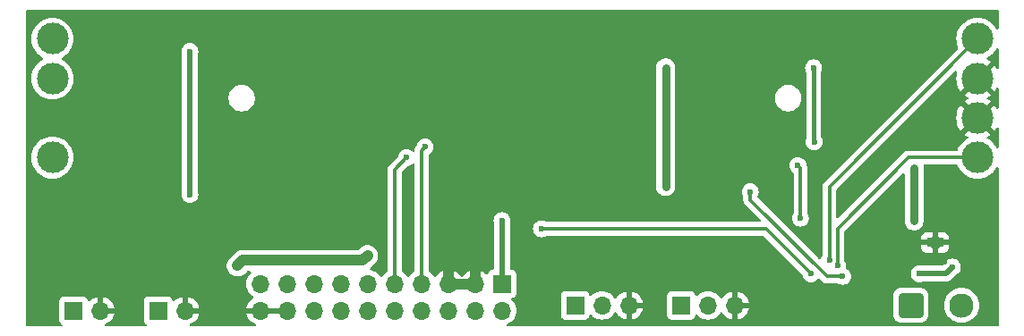
<source format=gbl>
G04 #@! TF.GenerationSoftware,KiCad,Pcbnew,8.0.4*
G04 #@! TF.CreationDate,2024-09-22T20:29:30+02:00*
G04 #@! TF.ProjectId,Fader_Single,46616465-725f-4536-996e-676c652e6b69,rev?*
G04 #@! TF.SameCoordinates,Original*
G04 #@! TF.FileFunction,Copper,L2,Bot*
G04 #@! TF.FilePolarity,Positive*
%FSLAX46Y46*%
G04 Gerber Fmt 4.6, Leading zero omitted, Abs format (unit mm)*
G04 Created by KiCad (PCBNEW 8.0.4) date 2024-09-22 20:29:30*
%MOMM*%
%LPD*%
G01*
G04 APERTURE LIST*
G04 Aperture macros list*
%AMRoundRect*
0 Rectangle with rounded corners*
0 $1 Rounding radius*
0 $2 $3 $4 $5 $6 $7 $8 $9 X,Y pos of 4 corners*
0 Add a 4 corners polygon primitive as box body*
4,1,4,$2,$3,$4,$5,$6,$7,$8,$9,$2,$3,0*
0 Add four circle primitives for the rounded corners*
1,1,$1+$1,$2,$3*
1,1,$1+$1,$4,$5*
1,1,$1+$1,$6,$7*
1,1,$1+$1,$8,$9*
0 Add four rect primitives between the rounded corners*
20,1,$1+$1,$2,$3,$4,$5,0*
20,1,$1+$1,$4,$5,$6,$7,0*
20,1,$1+$1,$6,$7,$8,$9,0*
20,1,$1+$1,$8,$9,$2,$3,0*%
G04 Aperture macros list end*
G04 #@! TA.AperFunction,ComponentPad*
%ADD10C,0.600000*%
G04 #@! TD*
G04 #@! TA.AperFunction,SMDPad,CuDef*
%ADD11R,1.600000X0.900000*%
G04 #@! TD*
G04 #@! TA.AperFunction,ComponentPad*
%ADD12RoundRect,0.250001X-0.899999X-0.899999X0.899999X-0.899999X0.899999X0.899999X-0.899999X0.899999X0*%
G04 #@! TD*
G04 #@! TA.AperFunction,ComponentPad*
%ADD13C,2.300000*%
G04 #@! TD*
G04 #@! TA.AperFunction,ComponentPad*
%ADD14R,1.700000X1.700000*%
G04 #@! TD*
G04 #@! TA.AperFunction,ComponentPad*
%ADD15O,1.700000X1.700000*%
G04 #@! TD*
G04 #@! TA.AperFunction,ComponentPad*
%ADD16C,3.000000*%
G04 #@! TD*
G04 #@! TA.AperFunction,ViaPad*
%ADD17C,0.600000*%
G04 #@! TD*
G04 #@! TA.AperFunction,Conductor*
%ADD18C,1.000000*%
G04 #@! TD*
G04 #@! TA.AperFunction,Conductor*
%ADD19C,0.500000*%
G04 #@! TD*
G04 #@! TA.AperFunction,Conductor*
%ADD20C,0.400000*%
G04 #@! TD*
G04 #@! TA.AperFunction,Conductor*
%ADD21C,0.800000*%
G04 #@! TD*
G04 #@! TA.AperFunction,Conductor*
%ADD22C,0.300000*%
G04 #@! TD*
G04 APERTURE END LIST*
D10*
X190000000Y-100550000D03*
D11*
X190500000Y-100550000D03*
D10*
X191000000Y-100550000D03*
D12*
X188200000Y-106500000D03*
D13*
X193000000Y-106500000D03*
D14*
X149530000Y-104460000D03*
D15*
X149530000Y-107000000D03*
X146990000Y-104460000D03*
X146990000Y-107000000D03*
X144450000Y-104460000D03*
X144450000Y-107000000D03*
X141910000Y-104460000D03*
X141910000Y-107000000D03*
X139370000Y-104460000D03*
X139370000Y-107000000D03*
X136830000Y-104460000D03*
X136830000Y-107000000D03*
X134290000Y-104460000D03*
X134290000Y-107000000D03*
X131750000Y-104460000D03*
X131750000Y-107000000D03*
X129210000Y-104460000D03*
X129210000Y-107000000D03*
X126670000Y-104460000D03*
X126670000Y-107000000D03*
D14*
X156445000Y-106500000D03*
D15*
X158985000Y-106500000D03*
X161525000Y-106500000D03*
D14*
X166460000Y-106500000D03*
D15*
X169000000Y-106500000D03*
X171540000Y-106500000D03*
D14*
X117000000Y-107000000D03*
D15*
X119540000Y-107000000D03*
D14*
X109000000Y-107000000D03*
D15*
X111540000Y-107000000D03*
D16*
X107000000Y-85000000D03*
X107000000Y-92500000D03*
X107000000Y-81250000D03*
X194500000Y-92500000D03*
X194500000Y-81250000D03*
X194500000Y-88750000D03*
X194500000Y-85000000D03*
D17*
X124200000Y-105600000D03*
X192000000Y-86200000D03*
X190800000Y-96000000D03*
X191350000Y-102400000D03*
X182400000Y-101600000D03*
X177200000Y-103600000D03*
X140500000Y-97000000D03*
X153000000Y-107000000D03*
X196000000Y-107000000D03*
X194000000Y-97000000D03*
X186000000Y-92000000D03*
X183000000Y-88000000D03*
X170000000Y-88000000D03*
X151000000Y-88000000D03*
X131000000Y-88000000D03*
X111000000Y-93000000D03*
X115000000Y-87000000D03*
X189000000Y-80000000D03*
X173000000Y-80000000D03*
X151000000Y-80000000D03*
X132000000Y-80000000D03*
X112000000Y-80000000D03*
X122000000Y-96250000D03*
X123000000Y-101250000D03*
X145000000Y-97950000D03*
X135000000Y-100000000D03*
X175250000Y-95250000D03*
X182250000Y-95750000D03*
X184500000Y-103500000D03*
X184500000Y-101250000D03*
X184500000Y-99000000D03*
X182000000Y-107750000D03*
X173500000Y-103750000D03*
X174250000Y-107500000D03*
X173500000Y-106750000D03*
X164000000Y-106500000D03*
X159000000Y-101000000D03*
X159250000Y-97250000D03*
X154000000Y-101000000D03*
X154000000Y-97000000D03*
X149530000Y-98470000D03*
X124000000Y-107000000D03*
X122000000Y-107000000D03*
X114000000Y-107000000D03*
X106000000Y-100000000D03*
X111000000Y-96000000D03*
X120000000Y-82450003D03*
X188500000Y-93500000D03*
X188500000Y-98500000D03*
X165000000Y-95250000D03*
X165000000Y-84000000D03*
X179000000Y-84000000D03*
X179050000Y-91000000D03*
X189000000Y-103500000D03*
X120000000Y-96000000D03*
X192125000Y-102875000D03*
X124500000Y-102750000D03*
X136800000Y-101800000D03*
X177500000Y-93250000D03*
X177750000Y-98250000D03*
X142250000Y-91500000D03*
X140500000Y-92500000D03*
X178750000Y-103500000D03*
X153250000Y-99250000D03*
X173000000Y-95750000D03*
X181750000Y-103750000D03*
X180500000Y-102250000D03*
X181250000Y-102750000D03*
X190200000Y-89000000D03*
D18*
X125000000Y-102250000D02*
X124500000Y-102750000D01*
X136800000Y-101800000D02*
X136350000Y-102250000D01*
X136350000Y-102250000D02*
X125000000Y-102250000D01*
X144450000Y-104460000D02*
X146990000Y-104460000D01*
X144450000Y-102250000D02*
X144400000Y-102200000D01*
X144450000Y-104460000D02*
X144450000Y-102250000D01*
X146990000Y-102290000D02*
X146800000Y-102100000D01*
X146990000Y-104460000D02*
X146990000Y-102290000D01*
D19*
X149530000Y-98470000D02*
X149530000Y-104460000D01*
X120000000Y-82450003D02*
X120000000Y-96000000D01*
X192125000Y-102875000D02*
X191500000Y-103500000D01*
X191500000Y-103500000D02*
X189000000Y-103500000D01*
D20*
X179050000Y-91000000D02*
X179000000Y-90950000D01*
X179000000Y-90950000D02*
X179000000Y-84000000D01*
D21*
X188500000Y-98500000D02*
X188500000Y-93500000D01*
D22*
X181250000Y-102750000D02*
X181250000Y-99250000D01*
X181250000Y-99250000D02*
X188000000Y-92500000D01*
X188000000Y-92500000D02*
X194500000Y-92500000D01*
D21*
X165000000Y-95250000D02*
X165000000Y-84000000D01*
D22*
X177500000Y-93250000D02*
X177750000Y-93500000D01*
X141910000Y-104460000D02*
X141910000Y-91840000D01*
X141910000Y-91840000D02*
X142250000Y-91500000D01*
X177750000Y-93500000D02*
X177750000Y-98250000D01*
X140500000Y-92500000D02*
X139370000Y-93630000D01*
X139370000Y-93630000D02*
X139370000Y-104460000D01*
X153250000Y-99250000D02*
X174500000Y-99250000D01*
X174500000Y-99250000D02*
X178750000Y-103500000D01*
X173000000Y-95750000D02*
X173000000Y-96500000D01*
X180250000Y-103750000D02*
X181750000Y-103750000D01*
X173000000Y-96500000D02*
X180250000Y-103750000D01*
X180500000Y-102250000D02*
X180500000Y-95250000D01*
X180500000Y-95250000D02*
X194500000Y-81250000D01*
G04 #@! TA.AperFunction,Conductor*
G36*
X196442539Y-78520185D02*
G01*
X196488294Y-78572989D01*
X196499500Y-78624500D01*
X196499500Y-80251743D01*
X196479815Y-80318782D01*
X196427011Y-80364537D01*
X196357853Y-80374481D01*
X196294297Y-80345456D01*
X196266668Y-80311170D01*
X196187229Y-80165690D01*
X196187224Y-80165682D01*
X196015745Y-79936612D01*
X196015729Y-79936594D01*
X195813405Y-79734270D01*
X195813387Y-79734254D01*
X195584317Y-79562775D01*
X195584309Y-79562770D01*
X195333166Y-79425635D01*
X195333167Y-79425635D01*
X195225915Y-79385632D01*
X195065046Y-79325631D01*
X195065043Y-79325630D01*
X195065037Y-79325628D01*
X194785433Y-79264804D01*
X194500001Y-79244390D01*
X194499999Y-79244390D01*
X194214566Y-79264804D01*
X193934962Y-79325628D01*
X193666833Y-79425635D01*
X193415690Y-79562770D01*
X193415682Y-79562775D01*
X193186612Y-79734254D01*
X193186594Y-79734270D01*
X192984270Y-79936594D01*
X192984254Y-79936612D01*
X192812775Y-80165682D01*
X192812770Y-80165690D01*
X192675635Y-80416833D01*
X192575628Y-80684962D01*
X192514804Y-80964566D01*
X192494390Y-81249998D01*
X192494390Y-81250001D01*
X192514804Y-81535433D01*
X192575629Y-81815037D01*
X192575631Y-81815046D01*
X192625123Y-81947740D01*
X192667142Y-82060397D01*
X192672126Y-82130088D01*
X192638641Y-82191411D01*
X179994724Y-94835328D01*
X179951193Y-94900477D01*
X179951194Y-94900478D01*
X179923534Y-94941874D01*
X179874499Y-95060255D01*
X179874497Y-95060261D01*
X179849500Y-95185928D01*
X179849500Y-101744931D01*
X179830494Y-101810903D01*
X179774211Y-101900477D01*
X179774209Y-101900481D01*
X179721761Y-102050367D01*
X179681039Y-102107143D01*
X179616087Y-102132890D01*
X179547525Y-102119433D01*
X179517039Y-102097093D01*
X173716097Y-96296151D01*
X173682612Y-96234828D01*
X173687596Y-96165136D01*
X173698781Y-96142503D01*
X173725789Y-96099522D01*
X173785368Y-95929255D01*
X173797223Y-95824038D01*
X173805565Y-95750003D01*
X173805565Y-95749996D01*
X173785369Y-95570750D01*
X173785368Y-95570745D01*
X173725788Y-95400476D01*
X173629815Y-95247737D01*
X173502262Y-95120184D01*
X173349523Y-95024211D01*
X173179254Y-94964631D01*
X173179249Y-94964630D01*
X173000004Y-94944435D01*
X172999996Y-94944435D01*
X172820750Y-94964630D01*
X172820745Y-94964631D01*
X172650476Y-95024211D01*
X172497737Y-95120184D01*
X172370184Y-95247737D01*
X172274211Y-95400476D01*
X172214631Y-95570745D01*
X172214630Y-95570750D01*
X172194435Y-95749996D01*
X172194435Y-95750003D01*
X172214630Y-95929249D01*
X172214631Y-95929254D01*
X172274211Y-96099524D01*
X172330493Y-96189094D01*
X172349500Y-96255067D01*
X172349500Y-96564069D01*
X172366693Y-96650500D01*
X172374499Y-96689744D01*
X172423534Y-96808125D01*
X172494726Y-96914673D01*
X172494727Y-96914674D01*
X173967873Y-98387819D01*
X174001358Y-98449142D01*
X173996374Y-98518834D01*
X173954502Y-98574767D01*
X173889038Y-98599184D01*
X173880192Y-98599500D01*
X153755068Y-98599500D01*
X153689096Y-98580494D01*
X153599522Y-98524210D01*
X153599518Y-98524209D01*
X153429262Y-98464633D01*
X153429249Y-98464630D01*
X153250004Y-98444435D01*
X153249996Y-98444435D01*
X153070750Y-98464630D01*
X153070745Y-98464631D01*
X152900476Y-98524211D01*
X152747737Y-98620184D01*
X152620184Y-98747737D01*
X152524211Y-98900476D01*
X152464631Y-99070745D01*
X152464630Y-99070750D01*
X152444435Y-99249996D01*
X152444435Y-99250003D01*
X152464630Y-99429249D01*
X152464631Y-99429254D01*
X152524211Y-99599523D01*
X152560106Y-99656649D01*
X152620184Y-99752262D01*
X152747738Y-99879816D01*
X152900478Y-99975789D01*
X153070739Y-100035366D01*
X153070745Y-100035368D01*
X153070750Y-100035369D01*
X153249996Y-100055565D01*
X153250000Y-100055565D01*
X153250004Y-100055565D01*
X153429249Y-100035369D01*
X153429251Y-100035368D01*
X153429255Y-100035368D01*
X153429258Y-100035366D01*
X153429262Y-100035366D01*
X153519377Y-100003832D01*
X153599522Y-99975789D01*
X153689096Y-99919505D01*
X153755068Y-99900500D01*
X174179192Y-99900500D01*
X174246231Y-99920185D01*
X174266873Y-99936819D01*
X177928277Y-103598223D01*
X177961762Y-103659546D01*
X177963815Y-103672012D01*
X177964630Y-103679246D01*
X177964632Y-103679255D01*
X178024210Y-103849521D01*
X178090547Y-103955095D01*
X178120184Y-104002262D01*
X178247738Y-104129816D01*
X178338080Y-104186582D01*
X178393903Y-104221658D01*
X178400478Y-104225789D01*
X178570745Y-104285368D01*
X178570750Y-104285369D01*
X178749996Y-104305565D01*
X178750000Y-104305565D01*
X178750004Y-104305565D01*
X178929249Y-104285369D01*
X178929252Y-104285368D01*
X178929255Y-104285368D01*
X179099522Y-104225789D01*
X179252262Y-104129816D01*
X179379816Y-104002262D01*
X179379824Y-104002248D01*
X179383139Y-103998093D01*
X179440326Y-103957949D01*
X179510137Y-103955095D01*
X179567772Y-103987719D01*
X179835327Y-104255274D01*
X179886227Y-104289284D01*
X179941866Y-104326461D01*
X179941872Y-104326464D01*
X179941873Y-104326465D01*
X180060256Y-104375501D01*
X180060260Y-104375501D01*
X180060261Y-104375502D01*
X180185928Y-104400500D01*
X180185931Y-104400500D01*
X181244932Y-104400500D01*
X181310904Y-104419506D01*
X181400477Y-104475789D01*
X181400481Y-104475790D01*
X181570737Y-104535366D01*
X181570743Y-104535367D01*
X181570745Y-104535368D01*
X181570746Y-104535368D01*
X181570750Y-104535369D01*
X181749996Y-104555565D01*
X181750000Y-104555565D01*
X181750004Y-104555565D01*
X181929249Y-104535369D01*
X181929252Y-104535368D01*
X181929255Y-104535368D01*
X182099522Y-104475789D01*
X182252262Y-104379816D01*
X182379816Y-104252262D01*
X182475789Y-104099522D01*
X182535368Y-103929255D01*
X182547019Y-103825848D01*
X182555565Y-103750003D01*
X182555565Y-103749996D01*
X182535369Y-103570750D01*
X182535368Y-103570745D01*
X182520110Y-103527139D01*
X182510612Y-103499996D01*
X188194435Y-103499996D01*
X188194435Y-103500003D01*
X188214630Y-103679249D01*
X188214631Y-103679254D01*
X188274211Y-103849523D01*
X188340547Y-103955095D01*
X188370184Y-104002262D01*
X188497738Y-104129816D01*
X188588080Y-104186582D01*
X188643903Y-104221658D01*
X188650478Y-104225789D01*
X188820745Y-104285368D01*
X188820750Y-104285369D01*
X188999996Y-104305565D01*
X189000000Y-104305565D01*
X189000004Y-104305565D01*
X189179249Y-104285369D01*
X189179252Y-104285368D01*
X189179255Y-104285368D01*
X189259017Y-104257457D01*
X189299972Y-104250500D01*
X191573920Y-104250500D01*
X191671462Y-104231096D01*
X191718913Y-104221658D01*
X191855495Y-104165084D01*
X191914735Y-104125501D01*
X191978416Y-104082952D01*
X192433063Y-103628303D01*
X192469134Y-103605650D01*
X192468248Y-103603810D01*
X192474510Y-103600792D01*
X192474522Y-103600789D01*
X192627262Y-103504816D01*
X192754816Y-103377262D01*
X192850789Y-103224522D01*
X192910368Y-103054255D01*
X192910369Y-103054249D01*
X192930565Y-102875003D01*
X192930565Y-102874996D01*
X192910369Y-102695750D01*
X192910368Y-102695745D01*
X192866630Y-102570750D01*
X192850789Y-102525478D01*
X192754816Y-102372738D01*
X192627262Y-102245184D01*
X192626859Y-102244931D01*
X192474523Y-102149211D01*
X192304254Y-102089631D01*
X192304249Y-102089630D01*
X192125004Y-102069435D01*
X192124996Y-102069435D01*
X191945750Y-102089630D01*
X191945745Y-102089631D01*
X191775476Y-102149211D01*
X191622737Y-102245184D01*
X191495184Y-102372737D01*
X191399212Y-102525475D01*
X191396191Y-102531750D01*
X191394370Y-102530873D01*
X191371693Y-102566937D01*
X191225449Y-102713182D01*
X191164129Y-102746666D01*
X191137770Y-102749500D01*
X189299972Y-102749500D01*
X189259017Y-102742542D01*
X189179254Y-102714631D01*
X189179249Y-102714630D01*
X189000004Y-102694435D01*
X188999996Y-102694435D01*
X188820750Y-102714630D01*
X188820745Y-102714631D01*
X188650476Y-102774211D01*
X188497737Y-102870184D01*
X188370184Y-102997737D01*
X188274211Y-103150476D01*
X188214631Y-103320745D01*
X188214630Y-103320750D01*
X188194435Y-103499996D01*
X182510612Y-103499996D01*
X182475789Y-103400478D01*
X182470554Y-103392147D01*
X182427099Y-103322989D01*
X182379816Y-103247738D01*
X182252262Y-103120184D01*
X182235259Y-103109500D01*
X182095590Y-103021740D01*
X182049299Y-102969405D01*
X182038342Y-102902862D01*
X182055565Y-102750002D01*
X182055565Y-102749996D01*
X182035369Y-102570750D01*
X182035366Y-102570737D01*
X181975790Y-102400481D01*
X181975789Y-102400478D01*
X181954008Y-102365814D01*
X181919506Y-102310903D01*
X181900500Y-102244931D01*
X181900500Y-101047844D01*
X189200000Y-101047844D01*
X189206401Y-101107372D01*
X189206403Y-101107379D01*
X189256645Y-101242086D01*
X189256649Y-101242093D01*
X189342809Y-101357187D01*
X189342812Y-101357190D01*
X189457906Y-101443350D01*
X189457913Y-101443354D01*
X189592620Y-101493596D01*
X189592627Y-101493598D01*
X189652155Y-101499999D01*
X189652172Y-101500000D01*
X190250000Y-101500000D01*
X190250000Y-101153553D01*
X190249999Y-101153552D01*
X190750000Y-101153552D01*
X190750000Y-101500000D01*
X191347828Y-101500000D01*
X191347844Y-101499999D01*
X191407372Y-101493598D01*
X191407379Y-101493596D01*
X191542086Y-101443354D01*
X191542093Y-101443350D01*
X191657187Y-101357190D01*
X191657190Y-101357187D01*
X191743350Y-101242093D01*
X191743354Y-101242086D01*
X191793596Y-101107379D01*
X191793598Y-101107372D01*
X191799999Y-101047844D01*
X191800000Y-101047827D01*
X191800000Y-100800000D01*
X191103552Y-100800000D01*
X190750000Y-101153552D01*
X190249999Y-101153552D01*
X189896447Y-100800000D01*
X189200000Y-100800000D01*
X189200000Y-101047844D01*
X181900500Y-101047844D01*
X181900500Y-100525136D01*
X189875000Y-100525136D01*
X189875000Y-100574864D01*
X189894030Y-100620807D01*
X189929193Y-100655970D01*
X189975136Y-100675000D01*
X190024864Y-100675000D01*
X190070807Y-100655970D01*
X190105970Y-100620807D01*
X190125000Y-100574864D01*
X190125000Y-100525136D01*
X190875000Y-100525136D01*
X190875000Y-100574864D01*
X190894030Y-100620807D01*
X190929193Y-100655970D01*
X190975136Y-100675000D01*
X191024864Y-100675000D01*
X191070807Y-100655970D01*
X191105970Y-100620807D01*
X191125000Y-100574864D01*
X191125000Y-100525136D01*
X191105970Y-100479193D01*
X191070807Y-100444030D01*
X191024864Y-100425000D01*
X190975136Y-100425000D01*
X190929193Y-100444030D01*
X190894030Y-100479193D01*
X190875000Y-100525136D01*
X190125000Y-100525136D01*
X190105970Y-100479193D01*
X190070807Y-100444030D01*
X190024864Y-100425000D01*
X189975136Y-100425000D01*
X189929193Y-100444030D01*
X189894030Y-100479193D01*
X189875000Y-100525136D01*
X181900500Y-100525136D01*
X181900500Y-100052155D01*
X189200000Y-100052155D01*
X189200000Y-100300000D01*
X189896447Y-100300000D01*
X189896447Y-100299999D01*
X190000000Y-100196447D01*
X190249999Y-99946446D01*
X190750000Y-99946446D01*
X191000000Y-100196447D01*
X191103553Y-100300000D01*
X191800000Y-100300000D01*
X191800000Y-100052172D01*
X191799999Y-100052155D01*
X191793598Y-99992627D01*
X191793596Y-99992620D01*
X191743354Y-99857913D01*
X191743350Y-99857906D01*
X191657190Y-99742812D01*
X191657187Y-99742809D01*
X191542093Y-99656649D01*
X191542086Y-99656645D01*
X191407379Y-99606403D01*
X191407372Y-99606401D01*
X191347844Y-99600000D01*
X190750000Y-99600000D01*
X190750000Y-99946446D01*
X190249999Y-99946446D01*
X190250000Y-99946445D01*
X190250000Y-99600000D01*
X189652155Y-99600000D01*
X189592627Y-99606401D01*
X189592620Y-99606403D01*
X189457913Y-99656645D01*
X189457906Y-99656649D01*
X189342812Y-99742809D01*
X189342809Y-99742812D01*
X189256649Y-99857906D01*
X189256645Y-99857913D01*
X189206403Y-99992620D01*
X189206401Y-99992627D01*
X189200000Y-100052155D01*
X181900500Y-100052155D01*
X181900500Y-99570808D01*
X181920185Y-99503769D01*
X181936819Y-99483127D01*
X187387819Y-94032127D01*
X187449142Y-93998642D01*
X187518834Y-94003626D01*
X187574767Y-94045498D01*
X187599184Y-94110962D01*
X187599500Y-94119808D01*
X187599500Y-98588695D01*
X187634103Y-98762658D01*
X187634106Y-98762667D01*
X187701983Y-98926540D01*
X187701990Y-98926553D01*
X187800535Y-99074034D01*
X187800538Y-99074038D01*
X187925961Y-99199461D01*
X187925965Y-99199464D01*
X188073446Y-99298009D01*
X188073459Y-99298016D01*
X188196363Y-99348923D01*
X188237334Y-99365894D01*
X188237336Y-99365894D01*
X188237341Y-99365896D01*
X188411304Y-99400499D01*
X188411307Y-99400500D01*
X188411309Y-99400500D01*
X188588693Y-99400500D01*
X188588694Y-99400499D01*
X188646682Y-99388964D01*
X188762658Y-99365896D01*
X188762661Y-99365894D01*
X188762666Y-99365894D01*
X188926547Y-99298013D01*
X189074035Y-99199464D01*
X189199464Y-99074035D01*
X189298013Y-98926547D01*
X189365894Y-98762666D01*
X189367964Y-98752262D01*
X189398345Y-98599523D01*
X189400500Y-98588691D01*
X189400500Y-93411309D01*
X189400500Y-93411306D01*
X189378099Y-93298692D01*
X189384326Y-93229100D01*
X189427189Y-93173923D01*
X189493078Y-93150678D01*
X189499716Y-93150500D01*
X192521409Y-93150500D01*
X192588448Y-93170185D01*
X192634203Y-93222989D01*
X192637589Y-93231162D01*
X192671420Y-93321866D01*
X192675635Y-93333166D01*
X192812770Y-93584309D01*
X192812775Y-93584317D01*
X192984254Y-93813387D01*
X192984270Y-93813405D01*
X193186594Y-94015729D01*
X193186612Y-94015745D01*
X193415682Y-94187224D01*
X193415690Y-94187229D01*
X193666833Y-94324364D01*
X193666832Y-94324364D01*
X193666836Y-94324365D01*
X193666839Y-94324367D01*
X193934954Y-94424369D01*
X193934960Y-94424370D01*
X193934962Y-94424371D01*
X194214566Y-94485195D01*
X194214568Y-94485195D01*
X194214572Y-94485196D01*
X194468220Y-94503337D01*
X194499999Y-94505610D01*
X194500000Y-94505610D01*
X194500001Y-94505610D01*
X194528595Y-94503564D01*
X194785428Y-94485196D01*
X195065046Y-94424369D01*
X195333161Y-94324367D01*
X195584315Y-94187226D01*
X195813395Y-94015739D01*
X196015739Y-93813395D01*
X196187226Y-93584315D01*
X196265886Y-93440261D01*
X196266668Y-93438829D01*
X196316073Y-93389424D01*
X196384346Y-93374572D01*
X196449811Y-93398989D01*
X196491682Y-93454923D01*
X196499500Y-93498256D01*
X196499500Y-108375500D01*
X196479815Y-108442539D01*
X196427011Y-108488294D01*
X196375500Y-108499500D01*
X150069196Y-108499500D01*
X150002157Y-108479815D01*
X149956402Y-108427011D01*
X149946458Y-108357853D01*
X149975483Y-108294297D01*
X150016791Y-108263118D01*
X150207830Y-108174035D01*
X150401401Y-108038495D01*
X150568495Y-107871401D01*
X150704035Y-107677830D01*
X150803903Y-107463663D01*
X150865063Y-107235408D01*
X150885659Y-107000000D01*
X150865063Y-106764592D01*
X150818626Y-106591285D01*
X150803905Y-106536344D01*
X150803904Y-106536343D01*
X150803903Y-106536337D01*
X150704035Y-106322171D01*
X150698730Y-106314595D01*
X150568496Y-106128600D01*
X150510471Y-106070575D01*
X150446567Y-106006671D01*
X150413084Y-105945351D01*
X150418068Y-105875659D01*
X150459939Y-105819725D01*
X150490915Y-105802810D01*
X150622331Y-105753796D01*
X150737546Y-105667546D01*
X150786513Y-105602135D01*
X155094500Y-105602135D01*
X155094500Y-107397870D01*
X155094501Y-107397876D01*
X155100908Y-107457483D01*
X155151202Y-107592328D01*
X155151206Y-107592335D01*
X155237452Y-107707544D01*
X155237455Y-107707547D01*
X155352664Y-107793793D01*
X155352671Y-107793797D01*
X155487517Y-107844091D01*
X155487516Y-107844091D01*
X155494444Y-107844835D01*
X155547127Y-107850500D01*
X157342872Y-107850499D01*
X157402483Y-107844091D01*
X157537331Y-107793796D01*
X157652546Y-107707546D01*
X157738796Y-107592331D01*
X157787810Y-107460916D01*
X157829681Y-107404984D01*
X157895145Y-107380566D01*
X157963418Y-107395417D01*
X157991673Y-107416569D01*
X158113599Y-107538495D01*
X158210384Y-107606265D01*
X158307165Y-107674032D01*
X158307167Y-107674033D01*
X158307170Y-107674035D01*
X158521337Y-107773903D01*
X158749592Y-107835063D01*
X158926034Y-107850500D01*
X158984999Y-107855659D01*
X158985000Y-107855659D01*
X158985001Y-107855659D01*
X159043966Y-107850500D01*
X159220408Y-107835063D01*
X159448663Y-107773903D01*
X159662830Y-107674035D01*
X159856401Y-107538495D01*
X160023495Y-107371401D01*
X160153730Y-107185405D01*
X160208307Y-107141781D01*
X160277805Y-107134587D01*
X160340160Y-107166110D01*
X160356879Y-107185405D01*
X160486890Y-107371078D01*
X160653917Y-107538105D01*
X160847421Y-107673600D01*
X161061507Y-107773429D01*
X161061516Y-107773433D01*
X161275000Y-107830634D01*
X161275000Y-106933012D01*
X161332007Y-106965925D01*
X161459174Y-107000000D01*
X161590826Y-107000000D01*
X161717993Y-106965925D01*
X161775000Y-106933012D01*
X161775000Y-107830634D01*
X161988483Y-107773433D01*
X161988492Y-107773429D01*
X162202578Y-107673600D01*
X162396082Y-107538105D01*
X162563105Y-107371082D01*
X162698600Y-107177578D01*
X162798429Y-106963492D01*
X162798432Y-106963486D01*
X162855636Y-106750000D01*
X161958012Y-106750000D01*
X161990925Y-106692993D01*
X162025000Y-106565826D01*
X162025000Y-106434174D01*
X161990925Y-106307007D01*
X161958012Y-106250000D01*
X162855636Y-106250000D01*
X162855635Y-106249999D01*
X162798432Y-106036513D01*
X162798429Y-106036507D01*
X162698600Y-105822422D01*
X162698599Y-105822420D01*
X162563113Y-105628926D01*
X162563108Y-105628920D01*
X162536323Y-105602135D01*
X165109500Y-105602135D01*
X165109500Y-107397870D01*
X165109501Y-107397876D01*
X165115908Y-107457483D01*
X165166202Y-107592328D01*
X165166206Y-107592335D01*
X165252452Y-107707544D01*
X165252455Y-107707547D01*
X165367664Y-107793793D01*
X165367671Y-107793797D01*
X165502517Y-107844091D01*
X165502516Y-107844091D01*
X165509444Y-107844835D01*
X165562127Y-107850500D01*
X167357872Y-107850499D01*
X167417483Y-107844091D01*
X167552331Y-107793796D01*
X167667546Y-107707546D01*
X167753796Y-107592331D01*
X167802810Y-107460916D01*
X167844681Y-107404984D01*
X167910145Y-107380566D01*
X167978418Y-107395417D01*
X168006673Y-107416569D01*
X168128599Y-107538495D01*
X168225384Y-107606265D01*
X168322165Y-107674032D01*
X168322167Y-107674033D01*
X168322170Y-107674035D01*
X168536337Y-107773903D01*
X168764592Y-107835063D01*
X168941034Y-107850500D01*
X168999999Y-107855659D01*
X169000000Y-107855659D01*
X169000001Y-107855659D01*
X169058966Y-107850500D01*
X169235408Y-107835063D01*
X169463663Y-107773903D01*
X169677830Y-107674035D01*
X169871401Y-107538495D01*
X170038495Y-107371401D01*
X170168730Y-107185405D01*
X170223307Y-107141781D01*
X170292805Y-107134587D01*
X170355160Y-107166110D01*
X170371879Y-107185405D01*
X170501890Y-107371078D01*
X170668917Y-107538105D01*
X170862421Y-107673600D01*
X171076507Y-107773429D01*
X171076516Y-107773433D01*
X171290000Y-107830634D01*
X171290000Y-106933012D01*
X171347007Y-106965925D01*
X171474174Y-107000000D01*
X171605826Y-107000000D01*
X171732993Y-106965925D01*
X171790000Y-106933012D01*
X171790000Y-107830633D01*
X172003483Y-107773433D01*
X172003492Y-107773429D01*
X172217578Y-107673600D01*
X172411082Y-107538105D01*
X172578105Y-107371082D01*
X172713600Y-107177578D01*
X172813429Y-106963492D01*
X172813432Y-106963486D01*
X172870636Y-106750000D01*
X171973012Y-106750000D01*
X172005925Y-106692993D01*
X172040000Y-106565826D01*
X172040000Y-106434174D01*
X172005925Y-106307007D01*
X171973012Y-106250000D01*
X172870636Y-106250000D01*
X172870635Y-106249999D01*
X172813432Y-106036513D01*
X172813429Y-106036507D01*
X172713600Y-105822422D01*
X172713599Y-105822420D01*
X172578113Y-105628926D01*
X172578108Y-105628920D01*
X172499172Y-105549984D01*
X186549500Y-105549984D01*
X186549500Y-107450015D01*
X186560000Y-107552795D01*
X186560001Y-107552796D01*
X186615186Y-107719335D01*
X186615187Y-107719337D01*
X186707286Y-107868651D01*
X186707289Y-107868655D01*
X186831344Y-107992710D01*
X186831348Y-107992713D01*
X186980662Y-108084812D01*
X186980664Y-108084813D01*
X186980666Y-108084814D01*
X187147203Y-108139999D01*
X187249992Y-108150500D01*
X187249997Y-108150500D01*
X189150003Y-108150500D01*
X189150008Y-108150500D01*
X189252797Y-108139999D01*
X189419334Y-108084814D01*
X189568655Y-107992711D01*
X189692711Y-107868655D01*
X189784814Y-107719334D01*
X189839999Y-107552797D01*
X189850500Y-107450008D01*
X189850500Y-106500000D01*
X191344396Y-106500000D01*
X191364778Y-106758990D01*
X191425427Y-107011610D01*
X191524843Y-107251623D01*
X191524845Y-107251627D01*
X191524846Y-107251628D01*
X191660588Y-107473140D01*
X191829311Y-107670689D01*
X192026860Y-107839412D01*
X192248372Y-107975154D01*
X192248374Y-107975154D01*
X192248376Y-107975156D01*
X192290756Y-107992710D01*
X192488390Y-108074573D01*
X192741006Y-108135221D01*
X193000000Y-108155604D01*
X193258994Y-108135221D01*
X193511610Y-108074573D01*
X193751628Y-107975154D01*
X193973140Y-107839412D01*
X194170689Y-107670689D01*
X194339412Y-107473140D01*
X194475154Y-107251628D01*
X194574573Y-107011610D01*
X194635221Y-106758994D01*
X194655604Y-106500000D01*
X194635221Y-106241006D01*
X194574573Y-105988390D01*
X194505723Y-105822171D01*
X194475156Y-105748376D01*
X194463895Y-105730000D01*
X194339412Y-105526860D01*
X194170689Y-105329311D01*
X193973140Y-105160588D01*
X193751628Y-105024846D01*
X193751627Y-105024845D01*
X193751623Y-105024843D01*
X193585627Y-104956086D01*
X193511610Y-104925427D01*
X193511611Y-104925427D01*
X193373921Y-104892370D01*
X193258994Y-104864779D01*
X193258992Y-104864778D01*
X193258991Y-104864778D01*
X193000000Y-104844396D01*
X192741009Y-104864778D01*
X192488389Y-104925427D01*
X192248376Y-105024843D01*
X192026859Y-105160588D01*
X191829311Y-105329311D01*
X191660588Y-105526859D01*
X191524843Y-105748376D01*
X191425427Y-105988389D01*
X191364778Y-106241009D01*
X191344396Y-106500000D01*
X189850500Y-106500000D01*
X189850500Y-105549992D01*
X189839999Y-105447203D01*
X189784814Y-105280666D01*
X189751155Y-105226097D01*
X189692713Y-105131348D01*
X189692710Y-105131344D01*
X189568655Y-105007289D01*
X189568651Y-105007286D01*
X189419337Y-104915187D01*
X189419335Y-104915186D01*
X189336065Y-104887593D01*
X189252797Y-104860001D01*
X189252795Y-104860000D01*
X189150015Y-104849500D01*
X189150008Y-104849500D01*
X187249992Y-104849500D01*
X187249984Y-104849500D01*
X187147204Y-104860000D01*
X187147203Y-104860001D01*
X186980664Y-104915186D01*
X186980662Y-104915187D01*
X186831348Y-105007286D01*
X186831344Y-105007289D01*
X186707289Y-105131344D01*
X186707286Y-105131348D01*
X186615187Y-105280662D01*
X186615186Y-105280664D01*
X186560001Y-105447203D01*
X186560000Y-105447204D01*
X186549500Y-105549984D01*
X172499172Y-105549984D01*
X172411082Y-105461894D01*
X172217578Y-105326399D01*
X172003492Y-105226570D01*
X172003486Y-105226567D01*
X171790000Y-105169364D01*
X171790000Y-106066988D01*
X171732993Y-106034075D01*
X171605826Y-106000000D01*
X171474174Y-106000000D01*
X171347007Y-106034075D01*
X171290000Y-106066988D01*
X171290000Y-105169364D01*
X171289999Y-105169364D01*
X171076513Y-105226567D01*
X171076507Y-105226570D01*
X170862422Y-105326399D01*
X170862420Y-105326400D01*
X170668926Y-105461886D01*
X170668920Y-105461891D01*
X170501891Y-105628920D01*
X170501890Y-105628922D01*
X170371880Y-105814595D01*
X170317303Y-105858219D01*
X170247804Y-105865412D01*
X170185450Y-105833890D01*
X170168730Y-105814594D01*
X170038494Y-105628597D01*
X169871402Y-105461506D01*
X169871395Y-105461501D01*
X169677834Y-105325967D01*
X169677830Y-105325965D01*
X169677828Y-105325964D01*
X169463663Y-105226097D01*
X169463659Y-105226096D01*
X169463655Y-105226094D01*
X169235413Y-105164938D01*
X169235403Y-105164936D01*
X169000001Y-105144341D01*
X168999999Y-105144341D01*
X168764596Y-105164936D01*
X168764586Y-105164938D01*
X168536344Y-105226094D01*
X168536335Y-105226098D01*
X168322171Y-105325964D01*
X168322169Y-105325965D01*
X168128600Y-105461503D01*
X168006673Y-105583430D01*
X167945350Y-105616914D01*
X167875658Y-105611930D01*
X167819725Y-105570058D01*
X167802810Y-105539081D01*
X167753797Y-105407671D01*
X167753793Y-105407664D01*
X167667547Y-105292455D01*
X167667544Y-105292452D01*
X167552335Y-105206206D01*
X167552328Y-105206202D01*
X167417482Y-105155908D01*
X167417483Y-105155908D01*
X167357883Y-105149501D01*
X167357881Y-105149500D01*
X167357873Y-105149500D01*
X167357864Y-105149500D01*
X165562129Y-105149500D01*
X165562123Y-105149501D01*
X165502516Y-105155908D01*
X165367671Y-105206202D01*
X165367664Y-105206206D01*
X165252455Y-105292452D01*
X165252452Y-105292455D01*
X165166206Y-105407664D01*
X165166202Y-105407671D01*
X165115908Y-105542517D01*
X165109501Y-105602116D01*
X165109500Y-105602135D01*
X162536323Y-105602135D01*
X162396082Y-105461894D01*
X162202578Y-105326399D01*
X161988492Y-105226570D01*
X161988486Y-105226567D01*
X161775000Y-105169364D01*
X161775000Y-106066988D01*
X161717993Y-106034075D01*
X161590826Y-106000000D01*
X161459174Y-106000000D01*
X161332007Y-106034075D01*
X161275000Y-106066988D01*
X161275000Y-105169364D01*
X161274999Y-105169364D01*
X161061513Y-105226567D01*
X161061507Y-105226570D01*
X160847422Y-105326399D01*
X160847420Y-105326400D01*
X160653926Y-105461886D01*
X160653920Y-105461891D01*
X160486891Y-105628920D01*
X160486890Y-105628922D01*
X160356880Y-105814595D01*
X160302303Y-105858219D01*
X160232804Y-105865412D01*
X160170450Y-105833890D01*
X160153730Y-105814594D01*
X160023494Y-105628597D01*
X159856402Y-105461506D01*
X159856395Y-105461501D01*
X159662834Y-105325967D01*
X159662830Y-105325965D01*
X159662828Y-105325964D01*
X159448663Y-105226097D01*
X159448659Y-105226096D01*
X159448655Y-105226094D01*
X159220413Y-105164938D01*
X159220403Y-105164936D01*
X158985001Y-105144341D01*
X158984999Y-105144341D01*
X158749596Y-105164936D01*
X158749586Y-105164938D01*
X158521344Y-105226094D01*
X158521335Y-105226098D01*
X158307171Y-105325964D01*
X158307169Y-105325965D01*
X158113600Y-105461503D01*
X157991673Y-105583430D01*
X157930350Y-105616914D01*
X157860658Y-105611930D01*
X157804725Y-105570058D01*
X157787810Y-105539081D01*
X157738797Y-105407671D01*
X157738793Y-105407664D01*
X157652547Y-105292455D01*
X157652544Y-105292452D01*
X157537335Y-105206206D01*
X157537328Y-105206202D01*
X157402482Y-105155908D01*
X157402483Y-105155908D01*
X157342883Y-105149501D01*
X157342881Y-105149500D01*
X157342873Y-105149500D01*
X157342864Y-105149500D01*
X155547129Y-105149500D01*
X155547123Y-105149501D01*
X155487516Y-105155908D01*
X155352671Y-105206202D01*
X155352664Y-105206206D01*
X155237455Y-105292452D01*
X155237452Y-105292455D01*
X155151206Y-105407664D01*
X155151202Y-105407671D01*
X155100908Y-105542517D01*
X155094501Y-105602116D01*
X155094500Y-105602135D01*
X150786513Y-105602135D01*
X150823796Y-105552331D01*
X150874091Y-105417483D01*
X150880500Y-105357873D01*
X150880499Y-103562128D01*
X150874091Y-103502517D01*
X150873153Y-103500003D01*
X150823797Y-103367671D01*
X150823793Y-103367664D01*
X150737547Y-103252455D01*
X150737544Y-103252452D01*
X150622335Y-103166206D01*
X150622328Y-103166202D01*
X150487482Y-103115908D01*
X150487483Y-103115908D01*
X150427883Y-103109501D01*
X150427881Y-103109500D01*
X150427873Y-103109500D01*
X150427865Y-103109500D01*
X150404500Y-103109500D01*
X150337461Y-103089815D01*
X150291706Y-103037011D01*
X150280500Y-102985500D01*
X150280500Y-98769972D01*
X150287458Y-98729017D01*
X150315368Y-98649254D01*
X150315369Y-98649249D01*
X150335565Y-98470003D01*
X150335565Y-98469996D01*
X150315369Y-98290750D01*
X150315368Y-98290745D01*
X150255789Y-98120478D01*
X150159816Y-97967738D01*
X150032262Y-97840184D01*
X149937524Y-97780656D01*
X149879523Y-97744211D01*
X149709254Y-97684631D01*
X149709249Y-97684630D01*
X149530004Y-97664435D01*
X149529996Y-97664435D01*
X149350750Y-97684630D01*
X149350745Y-97684631D01*
X149180476Y-97744211D01*
X149027737Y-97840184D01*
X148900184Y-97967737D01*
X148804211Y-98120476D01*
X148744631Y-98290745D01*
X148744630Y-98290750D01*
X148724435Y-98469996D01*
X148724435Y-98470003D01*
X148744630Y-98649249D01*
X148744631Y-98649254D01*
X148772542Y-98729017D01*
X148779500Y-98769972D01*
X148779500Y-102985500D01*
X148759815Y-103052539D01*
X148707011Y-103098294D01*
X148655505Y-103109500D01*
X148632132Y-103109500D01*
X148632123Y-103109501D01*
X148572516Y-103115908D01*
X148437671Y-103166202D01*
X148437664Y-103166206D01*
X148322455Y-103252452D01*
X148322452Y-103252455D01*
X148236206Y-103367664D01*
X148236202Y-103367671D01*
X148186997Y-103499598D01*
X148145126Y-103555532D01*
X148079661Y-103579949D01*
X148011388Y-103565097D01*
X147983134Y-103543946D01*
X147861082Y-103421894D01*
X147667578Y-103286399D01*
X147453492Y-103186570D01*
X147453486Y-103186567D01*
X147240000Y-103129364D01*
X147240000Y-104026988D01*
X147182993Y-103994075D01*
X147055826Y-103960000D01*
X146924174Y-103960000D01*
X146797007Y-103994075D01*
X146740000Y-104026988D01*
X146740000Y-103129364D01*
X146739999Y-103129364D01*
X146526513Y-103186567D01*
X146526507Y-103186570D01*
X146312422Y-103286399D01*
X146312420Y-103286400D01*
X146118926Y-103421886D01*
X146118920Y-103421891D01*
X145951891Y-103588920D01*
X145951890Y-103588922D01*
X145821575Y-103775031D01*
X145766998Y-103818655D01*
X145697499Y-103825848D01*
X145635145Y-103794326D01*
X145618425Y-103775031D01*
X145488109Y-103588922D01*
X145488108Y-103588920D01*
X145321082Y-103421894D01*
X145127578Y-103286399D01*
X144913492Y-103186570D01*
X144913486Y-103186567D01*
X144700000Y-103129364D01*
X144700000Y-104026988D01*
X144642993Y-103994075D01*
X144515826Y-103960000D01*
X144384174Y-103960000D01*
X144257007Y-103994075D01*
X144200000Y-104026988D01*
X144200000Y-103129364D01*
X144199999Y-103129364D01*
X143986513Y-103186567D01*
X143986507Y-103186570D01*
X143772422Y-103286399D01*
X143772420Y-103286400D01*
X143578926Y-103421886D01*
X143578920Y-103421891D01*
X143411891Y-103588920D01*
X143411890Y-103588922D01*
X143281880Y-103774595D01*
X143227303Y-103818219D01*
X143157804Y-103825412D01*
X143095450Y-103793890D01*
X143078730Y-103774594D01*
X142948494Y-103588597D01*
X142781402Y-103421506D01*
X142781401Y-103421505D01*
X142640706Y-103322989D01*
X142613376Y-103303852D01*
X142569751Y-103249275D01*
X142560500Y-103202277D01*
X142560500Y-92318840D01*
X142580185Y-92251801D01*
X142618525Y-92213847D01*
X142752262Y-92129816D01*
X142879816Y-92002262D01*
X142975789Y-91849522D01*
X143035368Y-91679255D01*
X143038635Y-91650261D01*
X143055565Y-91500003D01*
X143055565Y-91499996D01*
X143035369Y-91320750D01*
X143035368Y-91320745D01*
X142988430Y-91186605D01*
X142975789Y-91150478D01*
X142879816Y-90997738D01*
X142752262Y-90870184D01*
X142599523Y-90774211D01*
X142429254Y-90714631D01*
X142429249Y-90714630D01*
X142250004Y-90694435D01*
X142249996Y-90694435D01*
X142070750Y-90714630D01*
X142070745Y-90714631D01*
X141900476Y-90774211D01*
X141747737Y-90870184D01*
X141620184Y-90997737D01*
X141524210Y-91150478D01*
X141464632Y-91320744D01*
X141464630Y-91320752D01*
X141463815Y-91327988D01*
X141436743Y-91392400D01*
X141428279Y-91401774D01*
X141404720Y-91425332D01*
X141404720Y-91425333D01*
X141354833Y-91499998D01*
X141354832Y-91499999D01*
X141333536Y-91531870D01*
X141333534Y-91531874D01*
X141284499Y-91650255D01*
X141284497Y-91650261D01*
X141259500Y-91775928D01*
X141259500Y-91828060D01*
X141239815Y-91895099D01*
X141187011Y-91940854D01*
X141117853Y-91950798D01*
X141054297Y-91921773D01*
X141047819Y-91915741D01*
X141002262Y-91870184D01*
X140849523Y-91774211D01*
X140679254Y-91714631D01*
X140679249Y-91714630D01*
X140500004Y-91694435D01*
X140499996Y-91694435D01*
X140320750Y-91714630D01*
X140320745Y-91714631D01*
X140150476Y-91774211D01*
X139997737Y-91870184D01*
X139870184Y-91997737D01*
X139774210Y-92150478D01*
X139714632Y-92320744D01*
X139714630Y-92320752D01*
X139713815Y-92327988D01*
X139686743Y-92392400D01*
X139678277Y-92401775D01*
X138864724Y-93215328D01*
X138801296Y-93310257D01*
X138793539Y-93321866D01*
X138793533Y-93321877D01*
X138744499Y-93440255D01*
X138744497Y-93440261D01*
X138719500Y-93565928D01*
X138719500Y-103202278D01*
X138699815Y-103269317D01*
X138666623Y-103303853D01*
X138498597Y-103421505D01*
X138331505Y-103588597D01*
X138201575Y-103774158D01*
X138146998Y-103817783D01*
X138077500Y-103824977D01*
X138015145Y-103793454D01*
X137998425Y-103774158D01*
X137868494Y-103588597D01*
X137701402Y-103421506D01*
X137701395Y-103421501D01*
X137671368Y-103400476D01*
X137659473Y-103392147D01*
X137507834Y-103285967D01*
X137507830Y-103285965D01*
X137472128Y-103269317D01*
X137293663Y-103186097D01*
X137293659Y-103186096D01*
X137293655Y-103186094D01*
X137134512Y-103143453D01*
X137074851Y-103107088D01*
X137044322Y-103044241D01*
X137052617Y-102974866D01*
X137078924Y-102935997D01*
X137085666Y-102929255D01*
X137127139Y-102887782D01*
X137127139Y-102887780D01*
X137134196Y-102880724D01*
X137134201Y-102880717D01*
X137577139Y-102437781D01*
X137686631Y-102273914D01*
X137762051Y-102091836D01*
X137800500Y-101898540D01*
X137800500Y-101701460D01*
X137800500Y-101701457D01*
X137800499Y-101701455D01*
X137782749Y-101612221D01*
X137762051Y-101508164D01*
X137686631Y-101326086D01*
X137686629Y-101326083D01*
X137686627Y-101326079D01*
X137577139Y-101162219D01*
X137577136Y-101162215D01*
X137437784Y-101022863D01*
X137437780Y-101022860D01*
X137273920Y-100913372D01*
X137273910Y-100913367D01*
X137091836Y-100837949D01*
X137091828Y-100837947D01*
X136898543Y-100799500D01*
X136898540Y-100799500D01*
X136701460Y-100799500D01*
X136701457Y-100799500D01*
X136508171Y-100837947D01*
X136508163Y-100837949D01*
X136326089Y-100913367D01*
X136326079Y-100913372D01*
X136162219Y-101022860D01*
X136162215Y-101022863D01*
X135971899Y-101213181D01*
X135910576Y-101246666D01*
X135884218Y-101249500D01*
X124901458Y-101249500D01*
X124882662Y-101253239D01*
X124845068Y-101260717D01*
X124708170Y-101287947D01*
X124708160Y-101287950D01*
X124684531Y-101297738D01*
X124526088Y-101363366D01*
X124526079Y-101363371D01*
X124362219Y-101472859D01*
X124326916Y-101508163D01*
X124222861Y-101612218D01*
X123722863Y-102112215D01*
X123722860Y-102112219D01*
X123613372Y-102276079D01*
X123613367Y-102276089D01*
X123537949Y-102458163D01*
X123537947Y-102458171D01*
X123499500Y-102651455D01*
X123499500Y-102848544D01*
X123537947Y-103041828D01*
X123537949Y-103041836D01*
X123613367Y-103223910D01*
X123613372Y-103223920D01*
X123722860Y-103387780D01*
X123722863Y-103387784D01*
X123862215Y-103527136D01*
X123862219Y-103527139D01*
X124026079Y-103636627D01*
X124026083Y-103636629D01*
X124026086Y-103636631D01*
X124208164Y-103712051D01*
X124398926Y-103749996D01*
X124401455Y-103750499D01*
X124401458Y-103750500D01*
X124401460Y-103750500D01*
X124598542Y-103750500D01*
X124598543Y-103750499D01*
X124791836Y-103712051D01*
X124973914Y-103636631D01*
X125137781Y-103527139D01*
X125378101Y-103286819D01*
X125439424Y-103253334D01*
X125465782Y-103250500D01*
X125670241Y-103250500D01*
X125737280Y-103270185D01*
X125783035Y-103322989D01*
X125792979Y-103392147D01*
X125763954Y-103455703D01*
X125757922Y-103462181D01*
X125631505Y-103588597D01*
X125495965Y-103782169D01*
X125495964Y-103782171D01*
X125396098Y-103996335D01*
X125396094Y-103996344D01*
X125334938Y-104224586D01*
X125334936Y-104224596D01*
X125314341Y-104459999D01*
X125314341Y-104460000D01*
X125334936Y-104695403D01*
X125334938Y-104695413D01*
X125396094Y-104923655D01*
X125396096Y-104923659D01*
X125396097Y-104923663D01*
X125476004Y-105095023D01*
X125495965Y-105137830D01*
X125495967Y-105137834D01*
X125595980Y-105280666D01*
X125631505Y-105331401D01*
X125798599Y-105498495D01*
X125900801Y-105570058D01*
X125984594Y-105628730D01*
X126028219Y-105683307D01*
X126035413Y-105752805D01*
X126003890Y-105815160D01*
X125984595Y-105831880D01*
X125798922Y-105961890D01*
X125798920Y-105961891D01*
X125631891Y-106128920D01*
X125631886Y-106128926D01*
X125496400Y-106322420D01*
X125496399Y-106322422D01*
X125396570Y-106536507D01*
X125396567Y-106536513D01*
X125339364Y-106749999D01*
X125339364Y-106750000D01*
X126236988Y-106750000D01*
X126204075Y-106807007D01*
X126170000Y-106934174D01*
X126170000Y-107065826D01*
X126204075Y-107192993D01*
X126236988Y-107250000D01*
X125339364Y-107250000D01*
X125396567Y-107463486D01*
X125396570Y-107463492D01*
X125496399Y-107677578D01*
X125631894Y-107871082D01*
X125798917Y-108038105D01*
X125992421Y-108173600D01*
X126184393Y-108263118D01*
X126236832Y-108309290D01*
X126255984Y-108376484D01*
X126235768Y-108443365D01*
X126182603Y-108488700D01*
X126131988Y-108499500D01*
X120078012Y-108499500D01*
X120010973Y-108479815D01*
X119965218Y-108427011D01*
X119955274Y-108357853D01*
X119984299Y-108294297D01*
X120025607Y-108263118D01*
X120217578Y-108173600D01*
X120411082Y-108038105D01*
X120578105Y-107871082D01*
X120713600Y-107677578D01*
X120813429Y-107463492D01*
X120813432Y-107463486D01*
X120870636Y-107250000D01*
X119973012Y-107250000D01*
X120005925Y-107192993D01*
X120040000Y-107065826D01*
X120040000Y-106934174D01*
X120005925Y-106807007D01*
X119973012Y-106750000D01*
X120870636Y-106750000D01*
X120870635Y-106749999D01*
X120813432Y-106536513D01*
X120813429Y-106536507D01*
X120713600Y-106322422D01*
X120713599Y-106322420D01*
X120578113Y-106128926D01*
X120578108Y-106128920D01*
X120411082Y-105961894D01*
X120217578Y-105826399D01*
X120003492Y-105726570D01*
X120003486Y-105726567D01*
X119790000Y-105669364D01*
X119790000Y-106566988D01*
X119732993Y-106534075D01*
X119605826Y-106500000D01*
X119474174Y-106500000D01*
X119347007Y-106534075D01*
X119290000Y-106566988D01*
X119290000Y-105669364D01*
X119289999Y-105669364D01*
X119076513Y-105726567D01*
X119076507Y-105726570D01*
X118862422Y-105826399D01*
X118862420Y-105826400D01*
X118668926Y-105961886D01*
X118546865Y-106083947D01*
X118485542Y-106117431D01*
X118415850Y-106112447D01*
X118359917Y-106070575D01*
X118343002Y-106039598D01*
X118341851Y-106036513D01*
X118314021Y-105961894D01*
X118293797Y-105907671D01*
X118293793Y-105907664D01*
X118207547Y-105792455D01*
X118207544Y-105792452D01*
X118092335Y-105706206D01*
X118092328Y-105706202D01*
X117957482Y-105655908D01*
X117957483Y-105655908D01*
X117897883Y-105649501D01*
X117897881Y-105649500D01*
X117897873Y-105649500D01*
X117897864Y-105649500D01*
X116102129Y-105649500D01*
X116102123Y-105649501D01*
X116042516Y-105655908D01*
X115907671Y-105706202D01*
X115907664Y-105706206D01*
X115792455Y-105792452D01*
X115792452Y-105792455D01*
X115706206Y-105907664D01*
X115706202Y-105907671D01*
X115655908Y-106042517D01*
X115649501Y-106102116D01*
X115649500Y-106102135D01*
X115649500Y-107897870D01*
X115649501Y-107897876D01*
X115655908Y-107957483D01*
X115706202Y-108092328D01*
X115706206Y-108092335D01*
X115792452Y-108207544D01*
X115792455Y-108207547D01*
X115884208Y-108276234D01*
X115926079Y-108332168D01*
X115931063Y-108401859D01*
X115897577Y-108463182D01*
X115836254Y-108496666D01*
X115809897Y-108499500D01*
X112078012Y-108499500D01*
X112010973Y-108479815D01*
X111965218Y-108427011D01*
X111955274Y-108357853D01*
X111984299Y-108294297D01*
X112025607Y-108263118D01*
X112217578Y-108173600D01*
X112411082Y-108038105D01*
X112578105Y-107871082D01*
X112713600Y-107677578D01*
X112813429Y-107463492D01*
X112813432Y-107463486D01*
X112870636Y-107250000D01*
X111973012Y-107250000D01*
X112005925Y-107192993D01*
X112040000Y-107065826D01*
X112040000Y-106934174D01*
X112005925Y-106807007D01*
X111973012Y-106750000D01*
X112870636Y-106750000D01*
X112870635Y-106749999D01*
X112813432Y-106536513D01*
X112813429Y-106536507D01*
X112713600Y-106322422D01*
X112713599Y-106322420D01*
X112578113Y-106128926D01*
X112578108Y-106128920D01*
X112411082Y-105961894D01*
X112217578Y-105826399D01*
X112003492Y-105726570D01*
X112003486Y-105726567D01*
X111790000Y-105669364D01*
X111790000Y-106566988D01*
X111732993Y-106534075D01*
X111605826Y-106500000D01*
X111474174Y-106500000D01*
X111347007Y-106534075D01*
X111290000Y-106566988D01*
X111290000Y-105669364D01*
X111289999Y-105669364D01*
X111076513Y-105726567D01*
X111076507Y-105726570D01*
X110862422Y-105826399D01*
X110862420Y-105826400D01*
X110668926Y-105961886D01*
X110546865Y-106083947D01*
X110485542Y-106117431D01*
X110415850Y-106112447D01*
X110359917Y-106070575D01*
X110343002Y-106039598D01*
X110341851Y-106036513D01*
X110314021Y-105961894D01*
X110293797Y-105907671D01*
X110293793Y-105907664D01*
X110207547Y-105792455D01*
X110207544Y-105792452D01*
X110092335Y-105706206D01*
X110092328Y-105706202D01*
X109957482Y-105655908D01*
X109957483Y-105655908D01*
X109897883Y-105649501D01*
X109897881Y-105649500D01*
X109897873Y-105649500D01*
X109897864Y-105649500D01*
X108102129Y-105649500D01*
X108102123Y-105649501D01*
X108042516Y-105655908D01*
X107907671Y-105706202D01*
X107907664Y-105706206D01*
X107792455Y-105792452D01*
X107792452Y-105792455D01*
X107706206Y-105907664D01*
X107706202Y-105907671D01*
X107655908Y-106042517D01*
X107649501Y-106102116D01*
X107649500Y-106102135D01*
X107649500Y-107897870D01*
X107649501Y-107897876D01*
X107655908Y-107957483D01*
X107706202Y-108092328D01*
X107706206Y-108092335D01*
X107792452Y-108207544D01*
X107792455Y-108207547D01*
X107884208Y-108276234D01*
X107926079Y-108332168D01*
X107931063Y-108401859D01*
X107897577Y-108463182D01*
X107836254Y-108496666D01*
X107809897Y-108499500D01*
X104624500Y-108499500D01*
X104557461Y-108479815D01*
X104511706Y-108427011D01*
X104500500Y-108375500D01*
X104500500Y-92499998D01*
X104994390Y-92499998D01*
X104994390Y-92500001D01*
X105014804Y-92785433D01*
X105075628Y-93065037D01*
X105075630Y-93065043D01*
X105075631Y-93065046D01*
X105171420Y-93321866D01*
X105175635Y-93333166D01*
X105312770Y-93584309D01*
X105312775Y-93584317D01*
X105484254Y-93813387D01*
X105484270Y-93813405D01*
X105686594Y-94015729D01*
X105686612Y-94015745D01*
X105915682Y-94187224D01*
X105915690Y-94187229D01*
X106166833Y-94324364D01*
X106166832Y-94324364D01*
X106166836Y-94324365D01*
X106166839Y-94324367D01*
X106434954Y-94424369D01*
X106434960Y-94424370D01*
X106434962Y-94424371D01*
X106714566Y-94485195D01*
X106714568Y-94485195D01*
X106714572Y-94485196D01*
X106968220Y-94503337D01*
X106999999Y-94505610D01*
X107000000Y-94505610D01*
X107000001Y-94505610D01*
X107028595Y-94503564D01*
X107285428Y-94485196D01*
X107565046Y-94424369D01*
X107833161Y-94324367D01*
X108084315Y-94187226D01*
X108313395Y-94015739D01*
X108515739Y-93813395D01*
X108687226Y-93584315D01*
X108824367Y-93333161D01*
X108924369Y-93065046D01*
X108924371Y-93065037D01*
X108985195Y-92785433D01*
X108985195Y-92785432D01*
X108985196Y-92785428D01*
X109005610Y-92500000D01*
X109003080Y-92464632D01*
X108997914Y-92392400D01*
X108985196Y-92214572D01*
X108971253Y-92150478D01*
X108924371Y-91934962D01*
X108924370Y-91934960D01*
X108924369Y-91934954D01*
X108824367Y-91666839D01*
X108815311Y-91650255D01*
X108687229Y-91415690D01*
X108687224Y-91415682D01*
X108515745Y-91186612D01*
X108515729Y-91186594D01*
X108313405Y-90984270D01*
X108313387Y-90984254D01*
X108084317Y-90812775D01*
X108084309Y-90812770D01*
X107833166Y-90675635D01*
X107833167Y-90675635D01*
X107672928Y-90615869D01*
X107565046Y-90575631D01*
X107565043Y-90575630D01*
X107565037Y-90575628D01*
X107285433Y-90514804D01*
X107000001Y-90494390D01*
X106999999Y-90494390D01*
X106714566Y-90514804D01*
X106434962Y-90575628D01*
X106166833Y-90675635D01*
X105915690Y-90812770D01*
X105915682Y-90812775D01*
X105686612Y-90984254D01*
X105686594Y-90984270D01*
X105484270Y-91186594D01*
X105484254Y-91186612D01*
X105312775Y-91415682D01*
X105312770Y-91415690D01*
X105175635Y-91666833D01*
X105075628Y-91934962D01*
X105014804Y-92214566D01*
X104994390Y-92499998D01*
X104500500Y-92499998D01*
X104500500Y-81249998D01*
X104994390Y-81249998D01*
X104994390Y-81250001D01*
X105014804Y-81535433D01*
X105075628Y-81815037D01*
X105075629Y-81815039D01*
X105075631Y-81815046D01*
X105175633Y-82083161D01*
X105175635Y-82083166D01*
X105312770Y-82334309D01*
X105312775Y-82334317D01*
X105484254Y-82563387D01*
X105484270Y-82563405D01*
X105686594Y-82765729D01*
X105686612Y-82765745D01*
X105915682Y-82937224D01*
X105915690Y-82937229D01*
X106060254Y-83016168D01*
X106109659Y-83065574D01*
X106124511Y-83133847D01*
X106100094Y-83199311D01*
X106060254Y-83233832D01*
X105915690Y-83312770D01*
X105915682Y-83312775D01*
X105686612Y-83484254D01*
X105686594Y-83484270D01*
X105484270Y-83686594D01*
X105484254Y-83686612D01*
X105312775Y-83915682D01*
X105312770Y-83915690D01*
X105175635Y-84166833D01*
X105075628Y-84434962D01*
X105014804Y-84714566D01*
X104994390Y-84999998D01*
X104994390Y-85000001D01*
X105014804Y-85285433D01*
X105075628Y-85565037D01*
X105075630Y-85565043D01*
X105075631Y-85565046D01*
X105165307Y-85805476D01*
X105175635Y-85833166D01*
X105312770Y-86084309D01*
X105312775Y-86084317D01*
X105484254Y-86313387D01*
X105484270Y-86313405D01*
X105686594Y-86515729D01*
X105686612Y-86515745D01*
X105915682Y-86687224D01*
X105915690Y-86687229D01*
X106166833Y-86824364D01*
X106166832Y-86824364D01*
X106166836Y-86824365D01*
X106166839Y-86824367D01*
X106434954Y-86924369D01*
X106434960Y-86924370D01*
X106434962Y-86924371D01*
X106714566Y-86985195D01*
X106714568Y-86985195D01*
X106714572Y-86985196D01*
X106968220Y-87003337D01*
X106999999Y-87005610D01*
X107000000Y-87005610D01*
X107000001Y-87005610D01*
X107028595Y-87003564D01*
X107285428Y-86985196D01*
X107291699Y-86983832D01*
X107565037Y-86924371D01*
X107565037Y-86924370D01*
X107565046Y-86924369D01*
X107833161Y-86824367D01*
X108084315Y-86687226D01*
X108313395Y-86515739D01*
X108515739Y-86313395D01*
X108687226Y-86084315D01*
X108824367Y-85833161D01*
X108924369Y-85565046D01*
X108943284Y-85478097D01*
X108985195Y-85285433D01*
X108985195Y-85285432D01*
X108985196Y-85285428D01*
X109005610Y-85000000D01*
X108985196Y-84714572D01*
X108970376Y-84646447D01*
X108924371Y-84434962D01*
X108924370Y-84434960D01*
X108924369Y-84434954D01*
X108824367Y-84166839D01*
X108796377Y-84115580D01*
X108687229Y-83915690D01*
X108687224Y-83915682D01*
X108515745Y-83686612D01*
X108515729Y-83686594D01*
X108313405Y-83484270D01*
X108313387Y-83484254D01*
X108084317Y-83312775D01*
X108084309Y-83312770D01*
X107939745Y-83233832D01*
X107890340Y-83184427D01*
X107875488Y-83116154D01*
X107899905Y-83050689D01*
X107939745Y-83016168D01*
X108084304Y-82937232D01*
X108084315Y-82937226D01*
X108313395Y-82765739D01*
X108515739Y-82563395D01*
X108600626Y-82449999D01*
X119194435Y-82449999D01*
X119194435Y-82450006D01*
X119214630Y-82629252D01*
X119214631Y-82629257D01*
X119242542Y-82709020D01*
X119249500Y-82749975D01*
X119249500Y-95700028D01*
X119242542Y-95740982D01*
X119214631Y-95820747D01*
X119194435Y-95999996D01*
X119194435Y-96000003D01*
X119214630Y-96179249D01*
X119214631Y-96179254D01*
X119274211Y-96349523D01*
X119370184Y-96502262D01*
X119497738Y-96629816D01*
X119650478Y-96725789D01*
X119820745Y-96785368D01*
X119820750Y-96785369D01*
X119999996Y-96805565D01*
X120000000Y-96805565D01*
X120000004Y-96805565D01*
X120179249Y-96785369D01*
X120179252Y-96785368D01*
X120179255Y-96785368D01*
X120349522Y-96725789D01*
X120502262Y-96629816D01*
X120629816Y-96502262D01*
X120725789Y-96349522D01*
X120785368Y-96179255D01*
X120792507Y-96115893D01*
X120805565Y-96000003D01*
X120805565Y-95999996D01*
X120785739Y-95824038D01*
X120785368Y-95820745D01*
X120757458Y-95740982D01*
X120750500Y-95700028D01*
X120750500Y-86776577D01*
X123649500Y-86776577D01*
X123649500Y-86973422D01*
X123680290Y-87167826D01*
X123741117Y-87355029D01*
X123826925Y-87523436D01*
X123830476Y-87530405D01*
X123946172Y-87689646D01*
X124085354Y-87828828D01*
X124244595Y-87944524D01*
X124327455Y-87986743D01*
X124419970Y-88033882D01*
X124419972Y-88033882D01*
X124419975Y-88033884D01*
X124520317Y-88066487D01*
X124607173Y-88094709D01*
X124801578Y-88125500D01*
X124801583Y-88125500D01*
X124998422Y-88125500D01*
X125192826Y-88094709D01*
X125221602Y-88085359D01*
X125380025Y-88033884D01*
X125555405Y-87944524D01*
X125714646Y-87828828D01*
X125853828Y-87689646D01*
X125969524Y-87530405D01*
X126058884Y-87355025D01*
X126119709Y-87167826D01*
X126136281Y-87063196D01*
X126150500Y-86973422D01*
X126150500Y-86776577D01*
X126119709Y-86582173D01*
X126058882Y-86394970D01*
X126011743Y-86302455D01*
X125969524Y-86219595D01*
X125853828Y-86060354D01*
X125714646Y-85921172D01*
X125555405Y-85805476D01*
X125380029Y-85716117D01*
X125192826Y-85655290D01*
X124998422Y-85624500D01*
X124998417Y-85624500D01*
X124801583Y-85624500D01*
X124801578Y-85624500D01*
X124607173Y-85655290D01*
X124419970Y-85716117D01*
X124244594Y-85805476D01*
X124206483Y-85833166D01*
X124085354Y-85921172D01*
X124085352Y-85921174D01*
X124085351Y-85921174D01*
X123946174Y-86060351D01*
X123946174Y-86060352D01*
X123946172Y-86060354D01*
X123928762Y-86084317D01*
X123830476Y-86219594D01*
X123741117Y-86394970D01*
X123680290Y-86582173D01*
X123649500Y-86776577D01*
X120750500Y-86776577D01*
X120750500Y-83911304D01*
X164099500Y-83911304D01*
X164099500Y-95338695D01*
X164134103Y-95512658D01*
X164134106Y-95512667D01*
X164201983Y-95676540D01*
X164201990Y-95676553D01*
X164300535Y-95824034D01*
X164300538Y-95824038D01*
X164425961Y-95949461D01*
X164425965Y-95949464D01*
X164573446Y-96048009D01*
X164573459Y-96048016D01*
X164696363Y-96098923D01*
X164737334Y-96115894D01*
X164737336Y-96115894D01*
X164737341Y-96115896D01*
X164911304Y-96150499D01*
X164911307Y-96150500D01*
X164911309Y-96150500D01*
X165088693Y-96150500D01*
X165088694Y-96150499D01*
X165146682Y-96138964D01*
X165262658Y-96115896D01*
X165262661Y-96115894D01*
X165262666Y-96115894D01*
X165426547Y-96048013D01*
X165574035Y-95949464D01*
X165699464Y-95824035D01*
X165798013Y-95676547D01*
X165865894Y-95512666D01*
X165900500Y-95338691D01*
X165900500Y-93249996D01*
X176694435Y-93249996D01*
X176694435Y-93250003D01*
X176714630Y-93429249D01*
X176714631Y-93429254D01*
X176774211Y-93599523D01*
X176870184Y-93752262D01*
X176997737Y-93879815D01*
X176997740Y-93879817D01*
X177041471Y-93907295D01*
X177087763Y-93959629D01*
X177099500Y-94012289D01*
X177099500Y-97744931D01*
X177080494Y-97810903D01*
X177024211Y-97900477D01*
X177024209Y-97900481D01*
X176964633Y-98070737D01*
X176964630Y-98070750D01*
X176944435Y-98249996D01*
X176944435Y-98250003D01*
X176964630Y-98429249D01*
X176964631Y-98429254D01*
X177024211Y-98599523D01*
X177055460Y-98649255D01*
X177120184Y-98752262D01*
X177247738Y-98879816D01*
X177400478Y-98975789D01*
X177570745Y-99035368D01*
X177570750Y-99035369D01*
X177749996Y-99055565D01*
X177750000Y-99055565D01*
X177750004Y-99055565D01*
X177929249Y-99035369D01*
X177929252Y-99035368D01*
X177929255Y-99035368D01*
X178099522Y-98975789D01*
X178252262Y-98879816D01*
X178379816Y-98752262D01*
X178475789Y-98599522D01*
X178535368Y-98429255D01*
X178550974Y-98290750D01*
X178555565Y-98250003D01*
X178555565Y-98249996D01*
X178535369Y-98070750D01*
X178535366Y-98070737D01*
X178475790Y-97900481D01*
X178475789Y-97900478D01*
X178437904Y-97840184D01*
X178419506Y-97810903D01*
X178400500Y-97744931D01*
X178400500Y-93435928D01*
X178375502Y-93310261D01*
X178375500Y-93310254D01*
X178340513Y-93225789D01*
X178326465Y-93191873D01*
X178310191Y-93167518D01*
X178290074Y-93112510D01*
X178285369Y-93070750D01*
X178285368Y-93070745D01*
X178225788Y-92900476D01*
X178129815Y-92747737D01*
X178002262Y-92620184D01*
X177849523Y-92524211D01*
X177679254Y-92464631D01*
X177679249Y-92464630D01*
X177500004Y-92444435D01*
X177499996Y-92444435D01*
X177320750Y-92464630D01*
X177320745Y-92464631D01*
X177150476Y-92524211D01*
X176997737Y-92620184D01*
X176870184Y-92747737D01*
X176774211Y-92900476D01*
X176714631Y-93070745D01*
X176714630Y-93070750D01*
X176694435Y-93249996D01*
X165900500Y-93249996D01*
X165900500Y-86776577D01*
X175349500Y-86776577D01*
X175349500Y-86973422D01*
X175380290Y-87167826D01*
X175441117Y-87355029D01*
X175526925Y-87523436D01*
X175530476Y-87530405D01*
X175646172Y-87689646D01*
X175785354Y-87828828D01*
X175944595Y-87944524D01*
X176027455Y-87986743D01*
X176119970Y-88033882D01*
X176119972Y-88033882D01*
X176119975Y-88033884D01*
X176220317Y-88066487D01*
X176307173Y-88094709D01*
X176501578Y-88125500D01*
X176501583Y-88125500D01*
X176698422Y-88125500D01*
X176892826Y-88094709D01*
X176921602Y-88085359D01*
X177080025Y-88033884D01*
X177255405Y-87944524D01*
X177414646Y-87828828D01*
X177553828Y-87689646D01*
X177669524Y-87530405D01*
X177758884Y-87355025D01*
X177819709Y-87167826D01*
X177836281Y-87063196D01*
X177850500Y-86973422D01*
X177850500Y-86776577D01*
X177819709Y-86582173D01*
X177758882Y-86394970D01*
X177711743Y-86302455D01*
X177669524Y-86219595D01*
X177553828Y-86060354D01*
X177414646Y-85921172D01*
X177255405Y-85805476D01*
X177080029Y-85716117D01*
X176892826Y-85655290D01*
X176698422Y-85624500D01*
X176698417Y-85624500D01*
X176501583Y-85624500D01*
X176501578Y-85624500D01*
X176307173Y-85655290D01*
X176119970Y-85716117D01*
X175944594Y-85805476D01*
X175906483Y-85833166D01*
X175785354Y-85921172D01*
X175785352Y-85921174D01*
X175785351Y-85921174D01*
X175646174Y-86060351D01*
X175646174Y-86060352D01*
X175646172Y-86060354D01*
X175628762Y-86084317D01*
X175530476Y-86219594D01*
X175441117Y-86394970D01*
X175380290Y-86582173D01*
X175349500Y-86776577D01*
X165900500Y-86776577D01*
X165900500Y-83999996D01*
X178194435Y-83999996D01*
X178194435Y-84000003D01*
X178214630Y-84179249D01*
X178214631Y-84179254D01*
X178274212Y-84349525D01*
X178280492Y-84359519D01*
X178299500Y-84425493D01*
X178299500Y-90700028D01*
X178292542Y-90740982D01*
X178264631Y-90820747D01*
X178244435Y-90999996D01*
X178244435Y-91000003D01*
X178264630Y-91179249D01*
X178264631Y-91179254D01*
X178324211Y-91349523D01*
X178371846Y-91425333D01*
X178420184Y-91502262D01*
X178547738Y-91629816D01*
X178580268Y-91650256D01*
X178682721Y-91714632D01*
X178700478Y-91725789D01*
X178823494Y-91768834D01*
X178870745Y-91785368D01*
X178870750Y-91785369D01*
X179049996Y-91805565D01*
X179050000Y-91805565D01*
X179050004Y-91805565D01*
X179229249Y-91785369D01*
X179229252Y-91785368D01*
X179229255Y-91785368D01*
X179399522Y-91725789D01*
X179552262Y-91629816D01*
X179679816Y-91502262D01*
X179775789Y-91349522D01*
X179835368Y-91179255D01*
X179835369Y-91179249D01*
X179855565Y-91000003D01*
X179855565Y-90999996D01*
X179835369Y-90820750D01*
X179835366Y-90820737D01*
X179775790Y-90650481D01*
X179775789Y-90650478D01*
X179722261Y-90565288D01*
X179719506Y-90560903D01*
X179700500Y-90494931D01*
X179700500Y-84425493D01*
X179719508Y-84359519D01*
X179725787Y-84349525D01*
X179725786Y-84349525D01*
X179725789Y-84349522D01*
X179785368Y-84179255D01*
X179791422Y-84125524D01*
X179805565Y-84000003D01*
X179805565Y-83999996D01*
X179785369Y-83820750D01*
X179785368Y-83820745D01*
X179756181Y-83737334D01*
X179725789Y-83650478D01*
X179629816Y-83497738D01*
X179502262Y-83370184D01*
X179349523Y-83274211D01*
X179179254Y-83214631D01*
X179179249Y-83214630D01*
X179000004Y-83194435D01*
X178999996Y-83194435D01*
X178820750Y-83214630D01*
X178820745Y-83214631D01*
X178650476Y-83274211D01*
X178497737Y-83370184D01*
X178370184Y-83497737D01*
X178274211Y-83650476D01*
X178214631Y-83820745D01*
X178214630Y-83820750D01*
X178194435Y-83999996D01*
X165900500Y-83999996D01*
X165900500Y-83911309D01*
X165900500Y-83911306D01*
X165900499Y-83911304D01*
X165865896Y-83737341D01*
X165865893Y-83737332D01*
X165798016Y-83573459D01*
X165798009Y-83573446D01*
X165699464Y-83425965D01*
X165699461Y-83425961D01*
X165574038Y-83300538D01*
X165574034Y-83300535D01*
X165426553Y-83201990D01*
X165426540Y-83201983D01*
X165262667Y-83134106D01*
X165262658Y-83134103D01*
X165088694Y-83099500D01*
X165088691Y-83099500D01*
X164911309Y-83099500D01*
X164911306Y-83099500D01*
X164737341Y-83134103D01*
X164737332Y-83134106D01*
X164573459Y-83201983D01*
X164573446Y-83201990D01*
X164425965Y-83300535D01*
X164425961Y-83300538D01*
X164300538Y-83425961D01*
X164300535Y-83425965D01*
X164201990Y-83573446D01*
X164201983Y-83573459D01*
X164134106Y-83737332D01*
X164134103Y-83737341D01*
X164099500Y-83911304D01*
X120750500Y-83911304D01*
X120750500Y-82749975D01*
X120757458Y-82709020D01*
X120785368Y-82629257D01*
X120785369Y-82629252D01*
X120805565Y-82450006D01*
X120805565Y-82449999D01*
X120785369Y-82270753D01*
X120785368Y-82270748D01*
X120756703Y-82188829D01*
X120725789Y-82100481D01*
X120629816Y-81947741D01*
X120502262Y-81820187D01*
X120494066Y-81815037D01*
X120349523Y-81724214D01*
X120179254Y-81664634D01*
X120179249Y-81664633D01*
X120000004Y-81644438D01*
X119999996Y-81644438D01*
X119820750Y-81664633D01*
X119820745Y-81664634D01*
X119650476Y-81724214D01*
X119497737Y-81820187D01*
X119370184Y-81947740D01*
X119274211Y-82100479D01*
X119214631Y-82270748D01*
X119214630Y-82270753D01*
X119194435Y-82449999D01*
X108600626Y-82449999D01*
X108687226Y-82334315D01*
X108824367Y-82083161D01*
X108924369Y-81815046D01*
X108985196Y-81535428D01*
X109005610Y-81250000D01*
X108985196Y-80964572D01*
X108924369Y-80684954D01*
X108824367Y-80416839D01*
X108734217Y-80251743D01*
X108687229Y-80165690D01*
X108687224Y-80165682D01*
X108515745Y-79936612D01*
X108515729Y-79936594D01*
X108313405Y-79734270D01*
X108313387Y-79734254D01*
X108084317Y-79562775D01*
X108084309Y-79562770D01*
X107833166Y-79425635D01*
X107833167Y-79425635D01*
X107725915Y-79385632D01*
X107565046Y-79325631D01*
X107565043Y-79325630D01*
X107565037Y-79325628D01*
X107285433Y-79264804D01*
X107000001Y-79244390D01*
X106999999Y-79244390D01*
X106714566Y-79264804D01*
X106434962Y-79325628D01*
X106166833Y-79425635D01*
X105915690Y-79562770D01*
X105915682Y-79562775D01*
X105686612Y-79734254D01*
X105686594Y-79734270D01*
X105484270Y-79936594D01*
X105484254Y-79936612D01*
X105312775Y-80165682D01*
X105312770Y-80165690D01*
X105175635Y-80416833D01*
X105075628Y-80684962D01*
X105014804Y-80964566D01*
X104994390Y-81249998D01*
X104500500Y-81249998D01*
X104500500Y-78624500D01*
X104520185Y-78557461D01*
X104572989Y-78511706D01*
X104624500Y-78500500D01*
X196375500Y-78500500D01*
X196442539Y-78520185D01*
G37*
G04 #@! TD.AperFunction*
G04 #@! TA.AperFunction,Conductor*
G36*
X128744075Y-106807007D02*
G01*
X128710000Y-106934174D01*
X128710000Y-107065826D01*
X128744075Y-107192993D01*
X128776988Y-107250000D01*
X127103012Y-107250000D01*
X127135925Y-107192993D01*
X127170000Y-107065826D01*
X127170000Y-106934174D01*
X127135925Y-106807007D01*
X127103012Y-106750000D01*
X128776988Y-106750000D01*
X128744075Y-106807007D01*
G37*
G04 #@! TD.AperFunction*
G04 #@! TA.AperFunction,Conductor*
G36*
X146524075Y-104267007D02*
G01*
X146490000Y-104394174D01*
X146490000Y-104525826D01*
X146524075Y-104652993D01*
X146556988Y-104710000D01*
X144883012Y-104710000D01*
X144915925Y-104652993D01*
X144950000Y-104525826D01*
X144950000Y-104394174D01*
X144915925Y-104267007D01*
X144883012Y-104210000D01*
X146556988Y-104210000D01*
X146524075Y-104267007D01*
G37*
G04 #@! TD.AperFunction*
G04 #@! TA.AperFunction,Conductor*
G36*
X141178834Y-93055758D02*
G01*
X141234767Y-93097630D01*
X141259184Y-93163094D01*
X141259500Y-93171940D01*
X141259500Y-103202278D01*
X141239815Y-103269317D01*
X141206623Y-103303853D01*
X141038597Y-103421505D01*
X140871505Y-103588597D01*
X140741575Y-103774158D01*
X140686998Y-103817783D01*
X140617500Y-103824977D01*
X140555145Y-103793454D01*
X140538425Y-103774158D01*
X140408494Y-103588597D01*
X140241402Y-103421506D01*
X140241401Y-103421505D01*
X140100706Y-103322989D01*
X140073376Y-103303852D01*
X140029751Y-103249275D01*
X140020500Y-103202277D01*
X140020500Y-93950807D01*
X140040185Y-93883768D01*
X140056815Y-93863130D01*
X140598224Y-93321720D01*
X140659545Y-93288237D01*
X140672019Y-93286183D01*
X140679255Y-93285368D01*
X140849522Y-93225789D01*
X141002262Y-93129816D01*
X141047819Y-93084259D01*
X141109142Y-93050774D01*
X141178834Y-93055758D01*
G37*
G04 #@! TD.AperFunction*
G04 #@! TA.AperFunction,Conductor*
G36*
X192507063Y-84265395D02*
G01*
X192562996Y-84307267D01*
X192587413Y-84372731D01*
X192579913Y-84424906D01*
X192576109Y-84435104D01*
X192515300Y-84714637D01*
X192494891Y-84999998D01*
X192494891Y-85000001D01*
X192515300Y-85285362D01*
X192576109Y-85564895D01*
X192676091Y-85832958D01*
X192813191Y-86084038D01*
X192813196Y-86084046D01*
X192919882Y-86226561D01*
X192919883Y-86226562D01*
X193822421Y-85324024D01*
X193835359Y-85355258D01*
X193917437Y-85478097D01*
X194021903Y-85582563D01*
X194144742Y-85664641D01*
X194175974Y-85677578D01*
X193273436Y-86580115D01*
X193415960Y-86686807D01*
X193415961Y-86686808D01*
X193561298Y-86766168D01*
X193610703Y-86815573D01*
X193625555Y-86883846D01*
X193601138Y-86949310D01*
X193561298Y-86983832D01*
X193415961Y-87063191D01*
X193415953Y-87063196D01*
X193273437Y-87169882D01*
X193273436Y-87169883D01*
X194175975Y-88072421D01*
X194144742Y-88085359D01*
X194021903Y-88167437D01*
X193917437Y-88271903D01*
X193835359Y-88394742D01*
X193822421Y-88425974D01*
X192919883Y-87523436D01*
X192919882Y-87523437D01*
X192813196Y-87665953D01*
X192813191Y-87665961D01*
X192676091Y-87917041D01*
X192576109Y-88185104D01*
X192515300Y-88464637D01*
X192494891Y-88749998D01*
X192494891Y-88750001D01*
X192515300Y-89035362D01*
X192576109Y-89314895D01*
X192676091Y-89582958D01*
X192813191Y-89834038D01*
X192813196Y-89834046D01*
X192919882Y-89976561D01*
X192919883Y-89976562D01*
X193822421Y-89074024D01*
X193835359Y-89105258D01*
X193917437Y-89228097D01*
X194021903Y-89332563D01*
X194144742Y-89414641D01*
X194175974Y-89427578D01*
X193273436Y-90330115D01*
X193415960Y-90436807D01*
X193415961Y-90436808D01*
X193560776Y-90515883D01*
X193610181Y-90565288D01*
X193625033Y-90633561D01*
X193600616Y-90699025D01*
X193560776Y-90733547D01*
X193415690Y-90812770D01*
X193415682Y-90812775D01*
X193186612Y-90984254D01*
X193186594Y-90984270D01*
X192984270Y-91186594D01*
X192984254Y-91186612D01*
X192812775Y-91415682D01*
X192812770Y-91415690D01*
X192675635Y-91666833D01*
X192637591Y-91768834D01*
X192595719Y-91824767D01*
X192530255Y-91849184D01*
X192521409Y-91849500D01*
X187935929Y-91849500D01*
X187810261Y-91874497D01*
X187810251Y-91874500D01*
X187779341Y-91887303D01*
X187779342Y-91887304D01*
X187691877Y-91923532D01*
X187691863Y-91923540D01*
X187585332Y-91994721D01*
X187585325Y-91994727D01*
X181362181Y-98217872D01*
X181300858Y-98251357D01*
X181231166Y-98246373D01*
X181175233Y-98204501D01*
X181150816Y-98139037D01*
X181150500Y-98130191D01*
X181150500Y-95570807D01*
X181170185Y-95503768D01*
X181186814Y-95483131D01*
X192376050Y-84293894D01*
X192437371Y-84260411D01*
X192507063Y-84265395D01*
G37*
G04 #@! TD.AperFunction*
G04 #@! TA.AperFunction,Conductor*
G36*
X196080115Y-89976562D02*
G01*
X196080116Y-89976561D01*
X196186803Y-89834047D01*
X196266668Y-89687786D01*
X196316073Y-89638381D01*
X196384346Y-89623529D01*
X196449810Y-89647946D01*
X196491682Y-89703879D01*
X196499500Y-89747213D01*
X196499500Y-91501743D01*
X196479815Y-91568782D01*
X196427011Y-91614537D01*
X196357853Y-91624481D01*
X196294297Y-91595456D01*
X196266668Y-91561170D01*
X196187229Y-91415690D01*
X196187224Y-91415682D01*
X196015745Y-91186612D01*
X196015729Y-91186594D01*
X195813405Y-90984270D01*
X195813387Y-90984254D01*
X195584317Y-90812775D01*
X195584309Y-90812770D01*
X195439223Y-90733547D01*
X195389818Y-90684142D01*
X195374966Y-90615869D01*
X195399383Y-90550404D01*
X195439224Y-90515883D01*
X195584041Y-90436807D01*
X195584047Y-90436803D01*
X195726561Y-90330116D01*
X195726562Y-90330115D01*
X194824025Y-89427577D01*
X194855258Y-89414641D01*
X194978097Y-89332563D01*
X195082563Y-89228097D01*
X195164641Y-89105258D01*
X195177578Y-89074025D01*
X196080115Y-89976562D01*
G37*
G04 #@! TD.AperFunction*
G04 #@! TA.AperFunction,Conductor*
G36*
X196080115Y-86226562D02*
G01*
X196080116Y-86226561D01*
X196186803Y-86084047D01*
X196266668Y-85937786D01*
X196316073Y-85888381D01*
X196384346Y-85873529D01*
X196449810Y-85897946D01*
X196491682Y-85953879D01*
X196499500Y-85997213D01*
X196499500Y-87752786D01*
X196479815Y-87819825D01*
X196427011Y-87865580D01*
X196357853Y-87875524D01*
X196294297Y-87846499D01*
X196266668Y-87812213D01*
X196186808Y-87665961D01*
X196186807Y-87665960D01*
X196080115Y-87523436D01*
X195177577Y-88425973D01*
X195164641Y-88394742D01*
X195082563Y-88271903D01*
X194978097Y-88167437D01*
X194855258Y-88085359D01*
X194824024Y-88072421D01*
X195726562Y-87169883D01*
X195726561Y-87169882D01*
X195584046Y-87063196D01*
X195584033Y-87063188D01*
X195438702Y-86983832D01*
X195389296Y-86934427D01*
X195374444Y-86866154D01*
X195398861Y-86800690D01*
X195438702Y-86766168D01*
X195584041Y-86686807D01*
X195584047Y-86686803D01*
X195726561Y-86580116D01*
X195726562Y-86580115D01*
X194824025Y-85677577D01*
X194855258Y-85664641D01*
X194978097Y-85582563D01*
X195082563Y-85478097D01*
X195164641Y-85355258D01*
X195177578Y-85324025D01*
X196080115Y-86226562D01*
G37*
G04 #@! TD.AperFunction*
G04 #@! TA.AperFunction,Conductor*
G36*
X196449811Y-82148989D02*
G01*
X196491682Y-82204923D01*
X196499500Y-82248256D01*
X196499500Y-84002786D01*
X196479815Y-84069825D01*
X196427011Y-84115580D01*
X196357853Y-84125524D01*
X196294297Y-84096499D01*
X196266668Y-84062213D01*
X196186808Y-83915961D01*
X196186807Y-83915960D01*
X196080115Y-83773436D01*
X195177577Y-84675973D01*
X195164641Y-84644742D01*
X195082563Y-84521903D01*
X194978097Y-84417437D01*
X194855258Y-84335359D01*
X194824024Y-84322421D01*
X195726562Y-83419883D01*
X195726561Y-83419882D01*
X195584046Y-83313196D01*
X195584038Y-83313191D01*
X195439223Y-83234116D01*
X195389818Y-83184711D01*
X195374966Y-83116438D01*
X195399383Y-83050973D01*
X195439224Y-83016452D01*
X195584304Y-82937232D01*
X195584303Y-82937232D01*
X195584315Y-82937226D01*
X195813395Y-82765739D01*
X196015739Y-82563395D01*
X196187226Y-82334315D01*
X196266668Y-82188829D01*
X196316073Y-82139424D01*
X196384346Y-82124572D01*
X196449811Y-82148989D01*
G37*
G04 #@! TD.AperFunction*
M02*

</source>
